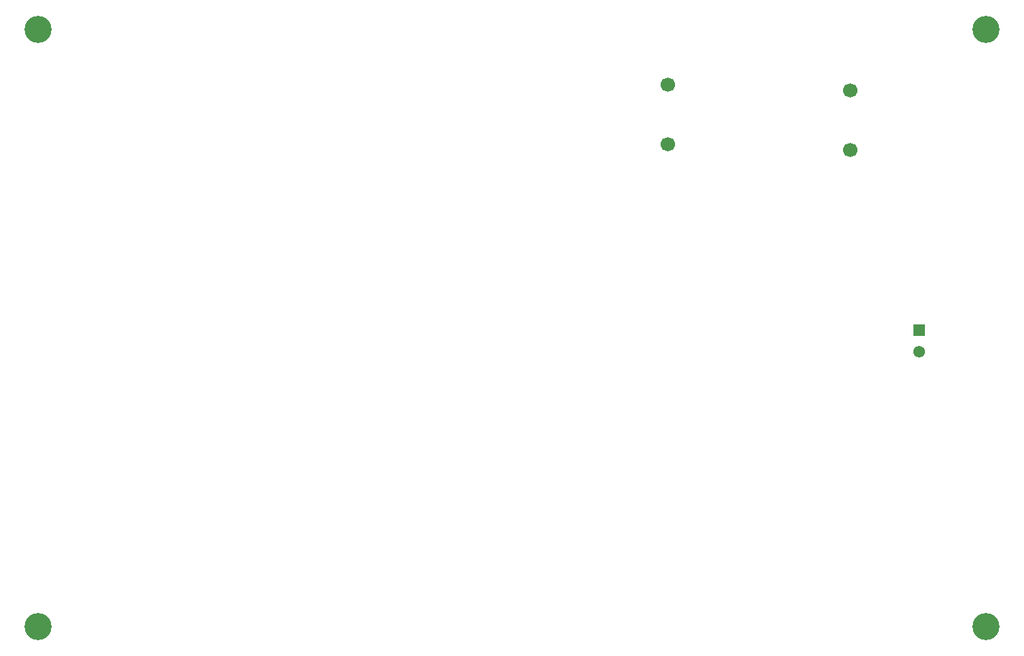
<source format=gbr>
%TF.GenerationSoftware,KiCad,Pcbnew,(6.0.11)*%
%TF.CreationDate,2023-02-28T10:49:06-05:00*%
%TF.ProjectId,RDNT_PCB,52444e54-5f50-4434-922e-6b696361645f,rev?*%
%TF.SameCoordinates,Original*%
%TF.FileFunction,Soldermask,Bot*%
%TF.FilePolarity,Negative*%
%FSLAX46Y46*%
G04 Gerber Fmt 4.6, Leading zero omitted, Abs format (unit mm)*
G04 Created by KiCad (PCBNEW (6.0.11)) date 2023-02-28 10:49:06*
%MOMM*%
%LPD*%
G01*
G04 APERTURE LIST*
%ADD10C,3.200000*%
%ADD11R,1.378000X1.378000*%
%ADD12C,1.378000*%
%ADD13C,1.700000*%
G04 APERTURE END LIST*
D10*
%TO.C,H3*%
X185420000Y-139700000D03*
%TD*%
D11*
%TO.C,MK1*%
X177527200Y-104673400D03*
D12*
X177527200Y-107213400D03*
%TD*%
D13*
%TO.C,J1*%
X169443400Y-76417800D03*
X169443400Y-83417800D03*
%TD*%
D10*
%TO.C,H2*%
X73660000Y-139700000D03*
%TD*%
%TO.C,H4*%
X185420000Y-69215000D03*
%TD*%
%TO.C,H1*%
X73660000Y-69240000D03*
%TD*%
D13*
%TO.C,J2*%
X147890000Y-82750000D03*
X147890000Y-75750000D03*
%TD*%
M02*

</source>
